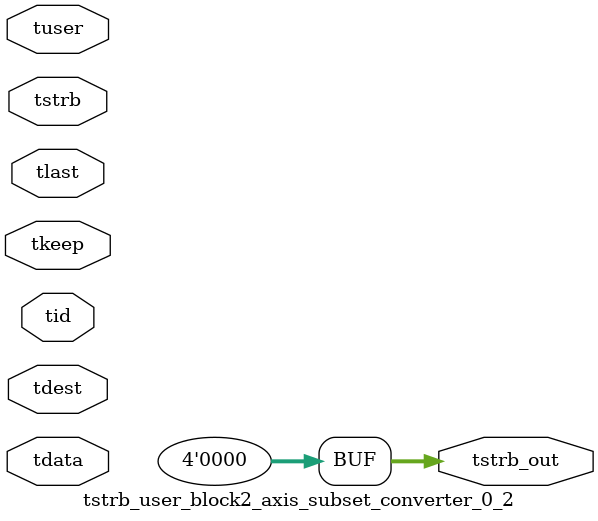
<source format=v>


`timescale 1ps/1ps

module tstrb_user_block2_axis_subset_converter_0_2 #
(
parameter C_S_AXIS_TDATA_WIDTH = 32,
parameter C_S_AXIS_TUSER_WIDTH = 0,
parameter C_S_AXIS_TID_WIDTH   = 0,
parameter C_S_AXIS_TDEST_WIDTH = 0,
parameter C_M_AXIS_TDATA_WIDTH = 32
)
(
input  [(C_S_AXIS_TDATA_WIDTH == 0 ? 1 : C_S_AXIS_TDATA_WIDTH)-1:0     ] tdata,
input  [(C_S_AXIS_TUSER_WIDTH == 0 ? 1 : C_S_AXIS_TUSER_WIDTH)-1:0     ] tuser,
input  [(C_S_AXIS_TID_WIDTH   == 0 ? 1 : C_S_AXIS_TID_WIDTH)-1:0       ] tid,
input  [(C_S_AXIS_TDEST_WIDTH == 0 ? 1 : C_S_AXIS_TDEST_WIDTH)-1:0     ] tdest,
input  [(C_S_AXIS_TDATA_WIDTH/8)-1:0 ] tkeep,
input  [(C_S_AXIS_TDATA_WIDTH/8)-1:0 ] tstrb,
input                                                                    tlast,
output [(C_M_AXIS_TDATA_WIDTH/8)-1:0 ] tstrb_out
);

assign tstrb_out = {1'b0};

endmodule


</source>
